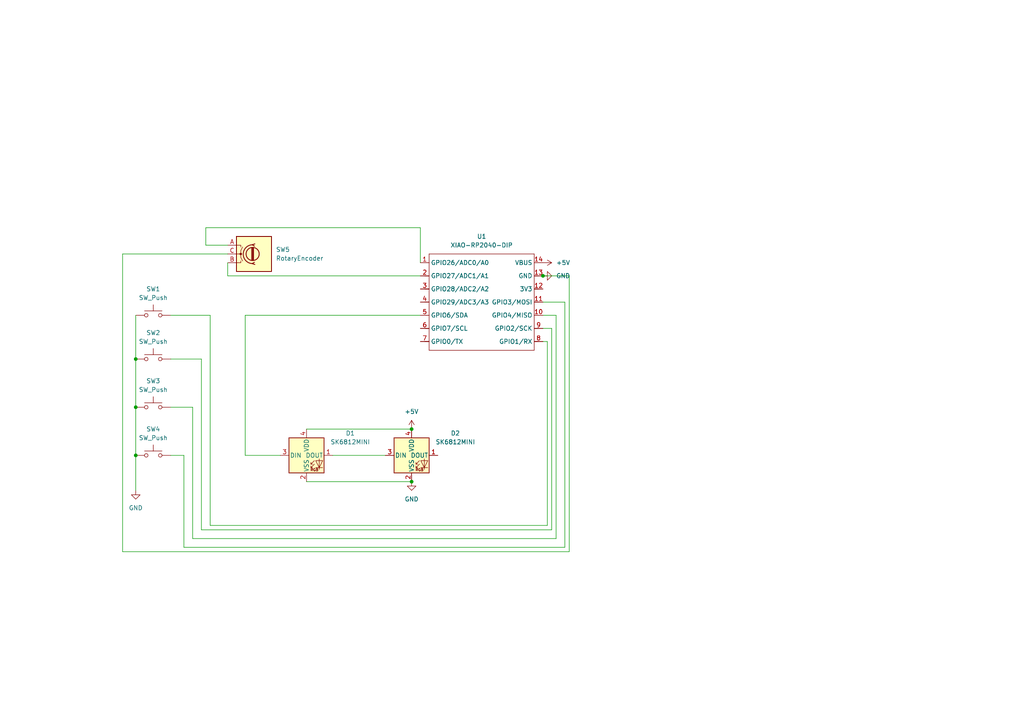
<source format=kicad_sch>
(kicad_sch
	(version 20250114)
	(generator "eeschema")
	(generator_version "9.0")
	(uuid "21d2edc6-c547-4bfe-b38f-7c33221ec817")
	(paper "A4")
	(lib_symbols
		(symbol "Device:RotaryEncoder"
			(pin_names
				(offset 0.254)
				(hide yes)
			)
			(exclude_from_sim no)
			(in_bom yes)
			(on_board yes)
			(property "Reference" "SW"
				(at 0 6.604 0)
				(effects
					(font
						(size 1.27 1.27)
					)
				)
			)
			(property "Value" "RotaryEncoder"
				(at 0 -6.604 0)
				(effects
					(font
						(size 1.27 1.27)
					)
				)
			)
			(property "Footprint" ""
				(at -3.81 4.064 0)
				(effects
					(font
						(size 1.27 1.27)
					)
					(hide yes)
				)
			)
			(property "Datasheet" "~"
				(at 0 6.604 0)
				(effects
					(font
						(size 1.27 1.27)
					)
					(hide yes)
				)
			)
			(property "Description" "Rotary encoder, dual channel, incremental quadrate outputs"
				(at 0 0 0)
				(effects
					(font
						(size 1.27 1.27)
					)
					(hide yes)
				)
			)
			(property "ki_keywords" "rotary switch encoder"
				(at 0 0 0)
				(effects
					(font
						(size 1.27 1.27)
					)
					(hide yes)
				)
			)
			(property "ki_fp_filters" "RotaryEncoder*"
				(at 0 0 0)
				(effects
					(font
						(size 1.27 1.27)
					)
					(hide yes)
				)
			)
			(symbol "RotaryEncoder_0_1"
				(rectangle
					(start -5.08 5.08)
					(end 5.08 -5.08)
					(stroke
						(width 0.254)
						(type default)
					)
					(fill
						(type background)
					)
				)
				(polyline
					(pts
						(xy -5.08 2.54) (xy -3.81 2.54) (xy -3.81 2.032)
					)
					(stroke
						(width 0)
						(type default)
					)
					(fill
						(type none)
					)
				)
				(polyline
					(pts
						(xy -5.08 0) (xy -3.81 0) (xy -3.81 -1.016) (xy -3.302 -2.032)
					)
					(stroke
						(width 0)
						(type default)
					)
					(fill
						(type none)
					)
				)
				(polyline
					(pts
						(xy -5.08 -2.54) (xy -3.81 -2.54) (xy -3.81 -2.032)
					)
					(stroke
						(width 0)
						(type default)
					)
					(fill
						(type none)
					)
				)
				(polyline
					(pts
						(xy -4.318 0) (xy -3.81 0) (xy -3.81 1.016) (xy -3.302 2.032)
					)
					(stroke
						(width 0)
						(type default)
					)
					(fill
						(type none)
					)
				)
				(circle
					(center -3.81 0)
					(radius 0.254)
					(stroke
						(width 0)
						(type default)
					)
					(fill
						(type outline)
					)
				)
				(polyline
					(pts
						(xy -0.635 -1.778) (xy -0.635 1.778)
					)
					(stroke
						(width 0.254)
						(type default)
					)
					(fill
						(type none)
					)
				)
				(circle
					(center -0.381 0)
					(radius 1.905)
					(stroke
						(width 0.254)
						(type default)
					)
					(fill
						(type none)
					)
				)
				(polyline
					(pts
						(xy -0.381 -1.778) (xy -0.381 1.778)
					)
					(stroke
						(width 0.254)
						(type default)
					)
					(fill
						(type none)
					)
				)
				(arc
					(start -0.381 -2.794)
					(mid -3.0988 -0.0635)
					(end -0.381 2.667)
					(stroke
						(width 0.254)
						(type default)
					)
					(fill
						(type none)
					)
				)
				(polyline
					(pts
						(xy -0.127 1.778) (xy -0.127 -1.778)
					)
					(stroke
						(width 0.254)
						(type default)
					)
					(fill
						(type none)
					)
				)
				(polyline
					(pts
						(xy 0.254 2.921) (xy -0.508 2.667) (xy 0.127 2.286)
					)
					(stroke
						(width 0.254)
						(type default)
					)
					(fill
						(type none)
					)
				)
				(polyline
					(pts
						(xy 0.254 -3.048) (xy -0.508 -2.794) (xy 0.127 -2.413)
					)
					(stroke
						(width 0.254)
						(type default)
					)
					(fill
						(type none)
					)
				)
			)
			(symbol "RotaryEncoder_1_1"
				(pin passive line
					(at -7.62 2.54 0)
					(length 2.54)
					(name "A"
						(effects
							(font
								(size 1.27 1.27)
							)
						)
					)
					(number "A"
						(effects
							(font
								(size 1.27 1.27)
							)
						)
					)
				)
				(pin passive line
					(at -7.62 0 0)
					(length 2.54)
					(name "C"
						(effects
							(font
								(size 1.27 1.27)
							)
						)
					)
					(number "C"
						(effects
							(font
								(size 1.27 1.27)
							)
						)
					)
				)
				(pin passive line
					(at -7.62 -2.54 0)
					(length 2.54)
					(name "B"
						(effects
							(font
								(size 1.27 1.27)
							)
						)
					)
					(number "B"
						(effects
							(font
								(size 1.27 1.27)
							)
						)
					)
				)
			)
			(embedded_fonts no)
		)
		(symbol "LED:SK6812MINI"
			(pin_names
				(offset 0.254)
			)
			(exclude_from_sim no)
			(in_bom yes)
			(on_board yes)
			(property "Reference" "D"
				(at 5.08 5.715 0)
				(effects
					(font
						(size 1.27 1.27)
					)
					(justify right bottom)
				)
			)
			(property "Value" "SK6812MINI"
				(at 1.27 -5.715 0)
				(effects
					(font
						(size 1.27 1.27)
					)
					(justify left top)
				)
			)
			(property "Footprint" "LED_SMD:LED_SK6812MINI_PLCC4_3.5x3.5mm_P1.75mm"
				(at 1.27 -7.62 0)
				(effects
					(font
						(size 1.27 1.27)
					)
					(justify left top)
					(hide yes)
				)
			)
			(property "Datasheet" "https://cdn-shop.adafruit.com/product-files/2686/SK6812MINI_REV.01-1-2.pdf"
				(at 2.54 -9.525 0)
				(effects
					(font
						(size 1.27 1.27)
					)
					(justify left top)
					(hide yes)
				)
			)
			(property "Description" "RGB LED with integrated controller"
				(at 0 0 0)
				(effects
					(font
						(size 1.27 1.27)
					)
					(hide yes)
				)
			)
			(property "ki_keywords" "RGB LED NeoPixel Mini addressable"
				(at 0 0 0)
				(effects
					(font
						(size 1.27 1.27)
					)
					(hide yes)
				)
			)
			(property "ki_fp_filters" "LED*SK6812MINI*PLCC*3.5x3.5mm*P1.75mm*"
				(at 0 0 0)
				(effects
					(font
						(size 1.27 1.27)
					)
					(hide yes)
				)
			)
			(symbol "SK6812MINI_0_0"
				(text "RGB"
					(at 2.286 -4.191 0)
					(effects
						(font
							(size 0.762 0.762)
						)
					)
				)
			)
			(symbol "SK6812MINI_0_1"
				(polyline
					(pts
						(xy 1.27 -2.54) (xy 1.778 -2.54)
					)
					(stroke
						(width 0)
						(type default)
					)
					(fill
						(type none)
					)
				)
				(polyline
					(pts
						(xy 1.27 -3.556) (xy 1.778 -3.556)
					)
					(stroke
						(width 0)
						(type default)
					)
					(fill
						(type none)
					)
				)
				(polyline
					(pts
						(xy 2.286 -1.524) (xy 1.27 -2.54) (xy 1.27 -2.032)
					)
					(stroke
						(width 0)
						(type default)
					)
					(fill
						(type none)
					)
				)
				(polyline
					(pts
						(xy 2.286 -2.54) (xy 1.27 -3.556) (xy 1.27 -3.048)
					)
					(stroke
						(width 0)
						(type default)
					)
					(fill
						(type none)
					)
				)
				(polyline
					(pts
						(xy 3.683 -1.016) (xy 3.683 -3.556) (xy 3.683 -4.064)
					)
					(stroke
						(width 0)
						(type default)
					)
					(fill
						(type none)
					)
				)
				(polyline
					(pts
						(xy 4.699 -1.524) (xy 2.667 -1.524) (xy 3.683 -3.556) (xy 4.699 -1.524)
					)
					(stroke
						(width 0)
						(type default)
					)
					(fill
						(type none)
					)
				)
				(polyline
					(pts
						(xy 4.699 -3.556) (xy 2.667 -3.556)
					)
					(stroke
						(width 0)
						(type default)
					)
					(fill
						(type none)
					)
				)
				(rectangle
					(start 5.08 5.08)
					(end -5.08 -5.08)
					(stroke
						(width 0.254)
						(type default)
					)
					(fill
						(type background)
					)
				)
			)
			(symbol "SK6812MINI_1_1"
				(pin input line
					(at -7.62 0 0)
					(length 2.54)
					(name "DIN"
						(effects
							(font
								(size 1.27 1.27)
							)
						)
					)
					(number "3"
						(effects
							(font
								(size 1.27 1.27)
							)
						)
					)
				)
				(pin power_in line
					(at 0 7.62 270)
					(length 2.54)
					(name "VDD"
						(effects
							(font
								(size 1.27 1.27)
							)
						)
					)
					(number "4"
						(effects
							(font
								(size 1.27 1.27)
							)
						)
					)
				)
				(pin power_in line
					(at 0 -7.62 90)
					(length 2.54)
					(name "VSS"
						(effects
							(font
								(size 1.27 1.27)
							)
						)
					)
					(number "2"
						(effects
							(font
								(size 1.27 1.27)
							)
						)
					)
				)
				(pin output line
					(at 7.62 0 180)
					(length 2.54)
					(name "DOUT"
						(effects
							(font
								(size 1.27 1.27)
							)
						)
					)
					(number "1"
						(effects
							(font
								(size 1.27 1.27)
							)
						)
					)
				)
			)
			(embedded_fonts no)
		)
		(symbol "OPL:XIAO-RP2040-DIP"
			(exclude_from_sim no)
			(in_bom yes)
			(on_board yes)
			(property "Reference" "U"
				(at 0 0 0)
				(effects
					(font
						(size 1.27 1.27)
					)
				)
			)
			(property "Value" "XIAO-RP2040-DIP"
				(at 5.334 -1.778 0)
				(effects
					(font
						(size 1.27 1.27)
					)
				)
			)
			(property "Footprint" "Module:MOUDLE14P-XIAO-DIP-SMD"
				(at 14.478 -32.258 0)
				(effects
					(font
						(size 1.27 1.27)
					)
					(hide yes)
				)
			)
			(property "Datasheet" ""
				(at 0 0 0)
				(effects
					(font
						(size 1.27 1.27)
					)
					(hide yes)
				)
			)
			(property "Description" ""
				(at 0 0 0)
				(effects
					(font
						(size 1.27 1.27)
					)
					(hide yes)
				)
			)
			(symbol "XIAO-RP2040-DIP_1_0"
				(polyline
					(pts
						(xy -1.27 -2.54) (xy 29.21 -2.54)
					)
					(stroke
						(width 0.1524)
						(type solid)
					)
					(fill
						(type none)
					)
				)
				(polyline
					(pts
						(xy -1.27 -5.08) (xy -2.54 -5.08)
					)
					(stroke
						(width 0.1524)
						(type solid)
					)
					(fill
						(type none)
					)
				)
				(polyline
					(pts
						(xy -1.27 -5.08) (xy -1.27 -2.54)
					)
					(stroke
						(width 0.1524)
						(type solid)
					)
					(fill
						(type none)
					)
				)
				(polyline
					(pts
						(xy -1.27 -8.89) (xy -2.54 -8.89)
					)
					(stroke
						(width 0.1524)
						(type solid)
					)
					(fill
						(type none)
					)
				)
				(polyline
					(pts
						(xy -1.27 -8.89) (xy -1.27 -5.08)
					)
					(stroke
						(width 0.1524)
						(type solid)
					)
					(fill
						(type none)
					)
				)
				(polyline
					(pts
						(xy -1.27 -12.7) (xy -2.54 -12.7)
					)
					(stroke
						(width 0.1524)
						(type solid)
					)
					(fill
						(type none)
					)
				)
				(polyline
					(pts
						(xy -1.27 -12.7) (xy -1.27 -8.89)
					)
					(stroke
						(width 0.1524)
						(type solid)
					)
					(fill
						(type none)
					)
				)
				(polyline
					(pts
						(xy -1.27 -16.51) (xy -2.54 -16.51)
					)
					(stroke
						(width 0.1524)
						(type solid)
					)
					(fill
						(type none)
					)
				)
				(polyline
					(pts
						(xy -1.27 -16.51) (xy -1.27 -12.7)
					)
					(stroke
						(width 0.1524)
						(type solid)
					)
					(fill
						(type none)
					)
				)
				(polyline
					(pts
						(xy -1.27 -20.32) (xy -2.54 -20.32)
					)
					(stroke
						(width 0.1524)
						(type solid)
					)
					(fill
						(type none)
					)
				)
				(polyline
					(pts
						(xy -1.27 -24.13) (xy -2.54 -24.13)
					)
					(stroke
						(width 0.1524)
						(type solid)
					)
					(fill
						(type none)
					)
				)
				(polyline
					(pts
						(xy -1.27 -27.94) (xy -2.54 -27.94)
					)
					(stroke
						(width 0.1524)
						(type solid)
					)
					(fill
						(type none)
					)
				)
				(polyline
					(pts
						(xy -1.27 -30.48) (xy -1.27 -16.51)
					)
					(stroke
						(width 0.1524)
						(type solid)
					)
					(fill
						(type none)
					)
				)
				(polyline
					(pts
						(xy 29.21 -2.54) (xy 29.21 -5.08)
					)
					(stroke
						(width 0.1524)
						(type solid)
					)
					(fill
						(type none)
					)
				)
				(polyline
					(pts
						(xy 29.21 -5.08) (xy 29.21 -8.89)
					)
					(stroke
						(width 0.1524)
						(type solid)
					)
					(fill
						(type none)
					)
				)
				(polyline
					(pts
						(xy 29.21 -8.89) (xy 29.21 -12.7)
					)
					(stroke
						(width 0.1524)
						(type solid)
					)
					(fill
						(type none)
					)
				)
				(polyline
					(pts
						(xy 29.21 -12.7) (xy 29.21 -30.48)
					)
					(stroke
						(width 0.1524)
						(type solid)
					)
					(fill
						(type none)
					)
				)
				(polyline
					(pts
						(xy 29.21 -30.48) (xy -1.27 -30.48)
					)
					(stroke
						(width 0.1524)
						(type solid)
					)
					(fill
						(type none)
					)
				)
				(polyline
					(pts
						(xy 30.48 -5.08) (xy 29.21 -5.08)
					)
					(stroke
						(width 0.1524)
						(type solid)
					)
					(fill
						(type none)
					)
				)
				(polyline
					(pts
						(xy 30.48 -8.89) (xy 29.21 -8.89)
					)
					(stroke
						(width 0.1524)
						(type solid)
					)
					(fill
						(type none)
					)
				)
				(polyline
					(pts
						(xy 30.48 -12.7) (xy 29.21 -12.7)
					)
					(stroke
						(width 0.1524)
						(type solid)
					)
					(fill
						(type none)
					)
				)
				(polyline
					(pts
						(xy 30.48 -16.51) (xy 29.21 -16.51)
					)
					(stroke
						(width 0.1524)
						(type solid)
					)
					(fill
						(type none)
					)
				)
				(polyline
					(pts
						(xy 30.48 -20.32) (xy 29.21 -20.32)
					)
					(stroke
						(width 0.1524)
						(type solid)
					)
					(fill
						(type none)
					)
				)
				(polyline
					(pts
						(xy 30.48 -24.13) (xy 29.21 -24.13)
					)
					(stroke
						(width 0.1524)
						(type solid)
					)
					(fill
						(type none)
					)
				)
				(polyline
					(pts
						(xy 30.48 -27.94) (xy 29.21 -27.94)
					)
					(stroke
						(width 0.1524)
						(type solid)
					)
					(fill
						(type none)
					)
				)
				(pin passive line
					(at -3.81 -5.08 0)
					(length 2.54)
					(name "GPIO26/ADC0/A0"
						(effects
							(font
								(size 1.27 1.27)
							)
						)
					)
					(number "1"
						(effects
							(font
								(size 1.27 1.27)
							)
						)
					)
				)
				(pin passive line
					(at -3.81 -8.89 0)
					(length 2.54)
					(name "GPIO27/ADC1/A1"
						(effects
							(font
								(size 1.27 1.27)
							)
						)
					)
					(number "2"
						(effects
							(font
								(size 1.27 1.27)
							)
						)
					)
				)
				(pin passive line
					(at -3.81 -12.7 0)
					(length 2.54)
					(name "GPIO28/ADC2/A2"
						(effects
							(font
								(size 1.27 1.27)
							)
						)
					)
					(number "3"
						(effects
							(font
								(size 1.27 1.27)
							)
						)
					)
				)
				(pin passive line
					(at -3.81 -16.51 0)
					(length 2.54)
					(name "GPIO29/ADC3/A3"
						(effects
							(font
								(size 1.27 1.27)
							)
						)
					)
					(number "4"
						(effects
							(font
								(size 1.27 1.27)
							)
						)
					)
				)
				(pin passive line
					(at -3.81 -20.32 0)
					(length 2.54)
					(name "GPIO6/SDA"
						(effects
							(font
								(size 1.27 1.27)
							)
						)
					)
					(number "5"
						(effects
							(font
								(size 1.27 1.27)
							)
						)
					)
				)
				(pin passive line
					(at -3.81 -24.13 0)
					(length 2.54)
					(name "GPIO7/SCL"
						(effects
							(font
								(size 1.27 1.27)
							)
						)
					)
					(number "6"
						(effects
							(font
								(size 1.27 1.27)
							)
						)
					)
				)
				(pin passive line
					(at -3.81 -27.94 0)
					(length 2.54)
					(name "GPIO0/TX"
						(effects
							(font
								(size 1.27 1.27)
							)
						)
					)
					(number "7"
						(effects
							(font
								(size 1.27 1.27)
							)
						)
					)
				)
				(pin passive line
					(at 31.75 -5.08 180)
					(length 2.54)
					(name "VBUS"
						(effects
							(font
								(size 1.27 1.27)
							)
						)
					)
					(number "14"
						(effects
							(font
								(size 1.27 1.27)
							)
						)
					)
				)
				(pin passive line
					(at 31.75 -8.89 180)
					(length 2.54)
					(name "GND"
						(effects
							(font
								(size 1.27 1.27)
							)
						)
					)
					(number "13"
						(effects
							(font
								(size 1.27 1.27)
							)
						)
					)
				)
				(pin passive line
					(at 31.75 -12.7 180)
					(length 2.54)
					(name "3V3"
						(effects
							(font
								(size 1.27 1.27)
							)
						)
					)
					(number "12"
						(effects
							(font
								(size 1.27 1.27)
							)
						)
					)
				)
				(pin passive line
					(at 31.75 -16.51 180)
					(length 2.54)
					(name "GPIO3/MOSI"
						(effects
							(font
								(size 1.27 1.27)
							)
						)
					)
					(number "11"
						(effects
							(font
								(size 1.27 1.27)
							)
						)
					)
				)
				(pin passive line
					(at 31.75 -20.32 180)
					(length 2.54)
					(name "GPIO4/MISO"
						(effects
							(font
								(size 1.27 1.27)
							)
						)
					)
					(number "10"
						(effects
							(font
								(size 1.27 1.27)
							)
						)
					)
				)
				(pin passive line
					(at 31.75 -24.13 180)
					(length 2.54)
					(name "GPIO2/SCK"
						(effects
							(font
								(size 1.27 1.27)
							)
						)
					)
					(number "9"
						(effects
							(font
								(size 1.27 1.27)
							)
						)
					)
				)
				(pin passive line
					(at 31.75 -27.94 180)
					(length 2.54)
					(name "GPIO1/RX"
						(effects
							(font
								(size 1.27 1.27)
							)
						)
					)
					(number "8"
						(effects
							(font
								(size 1.27 1.27)
							)
						)
					)
				)
			)
			(embedded_fonts no)
		)
		(symbol "Switch:SW_Push"
			(pin_numbers
				(hide yes)
			)
			(pin_names
				(offset 1.016)
				(hide yes)
			)
			(exclude_from_sim no)
			(in_bom yes)
			(on_board yes)
			(property "Reference" "SW"
				(at 1.27 2.54 0)
				(effects
					(font
						(size 1.27 1.27)
					)
					(justify left)
				)
			)
			(property "Value" "SW_Push"
				(at 0 -1.524 0)
				(effects
					(font
						(size 1.27 1.27)
					)
				)
			)
			(property "Footprint" ""
				(at 0 5.08 0)
				(effects
					(font
						(size 1.27 1.27)
					)
					(hide yes)
				)
			)
			(property "Datasheet" "~"
				(at 0 5.08 0)
				(effects
					(font
						(size 1.27 1.27)
					)
					(hide yes)
				)
			)
			(property "Description" "Push button switch, generic, two pins"
				(at 0 0 0)
				(effects
					(font
						(size 1.27 1.27)
					)
					(hide yes)
				)
			)
			(property "ki_keywords" "switch normally-open pushbutton push-button"
				(at 0 0 0)
				(effects
					(font
						(size 1.27 1.27)
					)
					(hide yes)
				)
			)
			(symbol "SW_Push_0_1"
				(circle
					(center -2.032 0)
					(radius 0.508)
					(stroke
						(width 0)
						(type default)
					)
					(fill
						(type none)
					)
				)
				(polyline
					(pts
						(xy 0 1.27) (xy 0 3.048)
					)
					(stroke
						(width 0)
						(type default)
					)
					(fill
						(type none)
					)
				)
				(circle
					(center 2.032 0)
					(radius 0.508)
					(stroke
						(width 0)
						(type default)
					)
					(fill
						(type none)
					)
				)
				(polyline
					(pts
						(xy 2.54 1.27) (xy -2.54 1.27)
					)
					(stroke
						(width 0)
						(type default)
					)
					(fill
						(type none)
					)
				)
				(pin passive line
					(at -5.08 0 0)
					(length 2.54)
					(name "1"
						(effects
							(font
								(size 1.27 1.27)
							)
						)
					)
					(number "1"
						(effects
							(font
								(size 1.27 1.27)
							)
						)
					)
				)
				(pin passive line
					(at 5.08 0 180)
					(length 2.54)
					(name "2"
						(effects
							(font
								(size 1.27 1.27)
							)
						)
					)
					(number "2"
						(effects
							(font
								(size 1.27 1.27)
							)
						)
					)
				)
			)
			(embedded_fonts no)
		)
		(symbol "power:+5V"
			(power)
			(pin_numbers
				(hide yes)
			)
			(pin_names
				(offset 0)
				(hide yes)
			)
			(exclude_from_sim no)
			(in_bom yes)
			(on_board yes)
			(property "Reference" "#PWR"
				(at 0 -3.81 0)
				(effects
					(font
						(size 1.27 1.27)
					)
					(hide yes)
				)
			)
			(property "Value" "+5V"
				(at 0 3.556 0)
				(effects
					(font
						(size 1.27 1.27)
					)
				)
			)
			(property "Footprint" ""
				(at 0 0 0)
				(effects
					(font
						(size 1.27 1.27)
					)
					(hide yes)
				)
			)
			(property "Datasheet" ""
				(at 0 0 0)
				(effects
					(font
						(size 1.27 1.27)
					)
					(hide yes)
				)
			)
			(property "Description" "Power symbol creates a global label with name \"+5V\""
				(at 0 0 0)
				(effects
					(font
						(size 1.27 1.27)
					)
					(hide yes)
				)
			)
			(property "ki_keywords" "global power"
				(at 0 0 0)
				(effects
					(font
						(size 1.27 1.27)
					)
					(hide yes)
				)
			)
			(symbol "+5V_0_1"
				(polyline
					(pts
						(xy -0.762 1.27) (xy 0 2.54)
					)
					(stroke
						(width 0)
						(type default)
					)
					(fill
						(type none)
					)
				)
				(polyline
					(pts
						(xy 0 2.54) (xy 0.762 1.27)
					)
					(stroke
						(width 0)
						(type default)
					)
					(fill
						(type none)
					)
				)
				(polyline
					(pts
						(xy 0 0) (xy 0 2.54)
					)
					(stroke
						(width 0)
						(type default)
					)
					(fill
						(type none)
					)
				)
			)
			(symbol "+5V_1_1"
				(pin power_in line
					(at 0 0 90)
					(length 0)
					(name "~"
						(effects
							(font
								(size 1.27 1.27)
							)
						)
					)
					(number "1"
						(effects
							(font
								(size 1.27 1.27)
							)
						)
					)
				)
			)
			(embedded_fonts no)
		)
		(symbol "power:GND"
			(power)
			(pin_numbers
				(hide yes)
			)
			(pin_names
				(offset 0)
				(hide yes)
			)
			(exclude_from_sim no)
			(in_bom yes)
			(on_board yes)
			(property "Reference" "#PWR"
				(at 0 -6.35 0)
				(effects
					(font
						(size 1.27 1.27)
					)
					(hide yes)
				)
			)
			(property "Value" "GND"
				(at 0 -3.81 0)
				(effects
					(font
						(size 1.27 1.27)
					)
				)
			)
			(property "Footprint" ""
				(at 0 0 0)
				(effects
					(font
						(size 1.27 1.27)
					)
					(hide yes)
				)
			)
			(property "Datasheet" ""
				(at 0 0 0)
				(effects
					(font
						(size 1.27 1.27)
					)
					(hide yes)
				)
			)
			(property "Description" "Power symbol creates a global label with name \"GND\" , ground"
				(at 0 0 0)
				(effects
					(font
						(size 1.27 1.27)
					)
					(hide yes)
				)
			)
			(property "ki_keywords" "global power"
				(at 0 0 0)
				(effects
					(font
						(size 1.27 1.27)
					)
					(hide yes)
				)
			)
			(symbol "GND_0_1"
				(polyline
					(pts
						(xy 0 0) (xy 0 -1.27) (xy 1.27 -1.27) (xy 0 -2.54) (xy -1.27 -1.27) (xy 0 -1.27)
					)
					(stroke
						(width 0)
						(type default)
					)
					(fill
						(type none)
					)
				)
			)
			(symbol "GND_1_1"
				(pin power_in line
					(at 0 0 270)
					(length 0)
					(name "~"
						(effects
							(font
								(size 1.27 1.27)
							)
						)
					)
					(number "1"
						(effects
							(font
								(size 1.27 1.27)
							)
						)
					)
				)
			)
			(embedded_fonts no)
		)
	)
	(junction
		(at 39.37 118.11)
		(diameter 0)
		(color 0 0 0 0)
		(uuid "293f2698-4751-4108-bdcf-993fdcac9704")
	)
	(junction
		(at 119.38 124.46)
		(diameter 0)
		(color 0 0 0 0)
		(uuid "62fc9e9c-7bdc-47bc-91ca-29e573a1554b")
	)
	(junction
		(at 157.48 80.01)
		(diameter 0)
		(color 0 0 0 0)
		(uuid "8576f8df-53a7-4064-99e2-662780a1c55b")
	)
	(junction
		(at 39.37 132.08)
		(diameter 0)
		(color 0 0 0 0)
		(uuid "883adfc8-0a01-46d1-9296-aa456c82ac2b")
	)
	(junction
		(at 39.37 104.14)
		(diameter 0)
		(color 0 0 0 0)
		(uuid "8cecdfeb-1f98-4106-9d8c-285af38a105d")
	)
	(junction
		(at 119.38 139.7)
		(diameter 0)
		(color 0 0 0 0)
		(uuid "acbec1de-87cf-4301-9fc2-eea223efbeb3")
	)
	(wire
		(pts
			(xy 49.53 132.08) (xy 53.34 132.08)
		)
		(stroke
			(width 0)
			(type default)
		)
		(uuid "09781539-7fc9-4395-b946-11f7c82e4624")
	)
	(wire
		(pts
			(xy 55.88 118.11) (xy 49.53 118.11)
		)
		(stroke
			(width 0)
			(type default)
		)
		(uuid "189cd897-d297-43bf-80b8-4b55cb06947a")
	)
	(wire
		(pts
			(xy 71.12 132.08) (xy 71.12 91.44)
		)
		(stroke
			(width 0)
			(type default)
		)
		(uuid "1c62d4c8-f0fa-4dce-9606-98e62c58e5fe")
	)
	(wire
		(pts
			(xy 157.48 91.44) (xy 161.29 91.44)
		)
		(stroke
			(width 0)
			(type default)
		)
		(uuid "21dc300a-865e-4b1f-b1fd-7c4df276739c")
	)
	(wire
		(pts
			(xy 60.96 152.4) (xy 60.96 91.44)
		)
		(stroke
			(width 0)
			(type default)
		)
		(uuid "2a24e345-b0fd-4a74-8c3e-430bad8aa6e6")
	)
	(wire
		(pts
			(xy 121.92 66.04) (xy 121.92 76.2)
		)
		(stroke
			(width 0)
			(type default)
		)
		(uuid "2cb70644-b4f2-4c3c-a1e8-ac3987fe2ec1")
	)
	(wire
		(pts
			(xy 58.42 153.67) (xy 160.02 153.67)
		)
		(stroke
			(width 0)
			(type default)
		)
		(uuid "2d1924a8-71b3-47a2-97ec-9c116d3ae521")
	)
	(wire
		(pts
			(xy 165.1 80.01) (xy 157.48 80.01)
		)
		(stroke
			(width 0)
			(type default)
		)
		(uuid "3299b561-38a1-4fb9-8c7b-7dab176e8f80")
	)
	(wire
		(pts
			(xy 158.75 152.4) (xy 60.96 152.4)
		)
		(stroke
			(width 0)
			(type default)
		)
		(uuid "34993467-abf7-44ca-9a45-dadbc08bc764")
	)
	(wire
		(pts
			(xy 39.37 104.14) (xy 39.37 118.11)
		)
		(stroke
			(width 0)
			(type default)
		)
		(uuid "4c1db25d-5765-44c1-91e2-6bc15e5760f5")
	)
	(wire
		(pts
			(xy 88.9 124.46) (xy 119.38 124.46)
		)
		(stroke
			(width 0)
			(type default)
		)
		(uuid "56cd37ac-bfff-438b-bf06-ed1807de8b33")
	)
	(wire
		(pts
			(xy 60.96 91.44) (xy 49.53 91.44)
		)
		(stroke
			(width 0)
			(type default)
		)
		(uuid "73cf8859-c5aa-4a18-ab76-7b76ae94add2")
	)
	(wire
		(pts
			(xy 165.1 160.02) (xy 165.1 80.01)
		)
		(stroke
			(width 0)
			(type default)
		)
		(uuid "7483413d-881c-486b-855d-2330f5994617")
	)
	(wire
		(pts
			(xy 58.42 104.14) (xy 58.42 153.67)
		)
		(stroke
			(width 0)
			(type default)
		)
		(uuid "790b9cd2-382e-490a-ab2c-4fb4b2249f58")
	)
	(wire
		(pts
			(xy 163.83 87.63) (xy 157.48 87.63)
		)
		(stroke
			(width 0)
			(type default)
		)
		(uuid "7b53e04d-9efd-482a-aa54-8a96c87c1b36")
	)
	(wire
		(pts
			(xy 39.37 118.11) (xy 39.37 132.08)
		)
		(stroke
			(width 0)
			(type default)
		)
		(uuid "7d86a52b-ea12-414b-9824-7b2e95d6ae36")
	)
	(wire
		(pts
			(xy 53.34 132.08) (xy 53.34 158.75)
		)
		(stroke
			(width 0)
			(type default)
		)
		(uuid "81141dd7-7cea-4802-b55a-9ea157bad5bd")
	)
	(wire
		(pts
			(xy 161.29 156.21) (xy 55.88 156.21)
		)
		(stroke
			(width 0)
			(type default)
		)
		(uuid "85426651-208a-478a-b4e7-d1574825cf13")
	)
	(wire
		(pts
			(xy 66.04 73.66) (xy 35.56 73.66)
		)
		(stroke
			(width 0)
			(type default)
		)
		(uuid "854b4700-f6b2-43ee-a73e-a0213320530c")
	)
	(wire
		(pts
			(xy 59.69 71.12) (xy 59.69 66.04)
		)
		(stroke
			(width 0)
			(type default)
		)
		(uuid "89aa41fa-2afb-475b-ab9a-495315837017")
	)
	(wire
		(pts
			(xy 160.02 95.25) (xy 157.48 95.25)
		)
		(stroke
			(width 0)
			(type default)
		)
		(uuid "8e197ca6-be66-48dc-8e3e-729beba3df47")
	)
	(wire
		(pts
			(xy 66.04 76.2) (xy 66.04 80.01)
		)
		(stroke
			(width 0)
			(type default)
		)
		(uuid "8e399ac6-3c65-4349-be0f-8365778a86f0")
	)
	(wire
		(pts
			(xy 81.28 132.08) (xy 71.12 132.08)
		)
		(stroke
			(width 0)
			(type default)
		)
		(uuid "906312dc-a7e8-4952-a81d-672655ba96d8")
	)
	(wire
		(pts
			(xy 161.29 91.44) (xy 161.29 156.21)
		)
		(stroke
			(width 0)
			(type default)
		)
		(uuid "972f6580-3fc1-4dc9-ae6b-3652db8e87d5")
	)
	(wire
		(pts
			(xy 53.34 158.75) (xy 163.83 158.75)
		)
		(stroke
			(width 0)
			(type default)
		)
		(uuid "9b2cae83-cb52-48ac-be4d-12ca1fd2e3eb")
	)
	(wire
		(pts
			(xy 35.56 160.02) (xy 165.1 160.02)
		)
		(stroke
			(width 0)
			(type default)
		)
		(uuid "ba142224-379e-4e1d-867c-6b513942abf0")
	)
	(wire
		(pts
			(xy 160.02 153.67) (xy 160.02 95.25)
		)
		(stroke
			(width 0)
			(type default)
		)
		(uuid "bed2ce64-09ab-4190-b900-7b6324524359")
	)
	(wire
		(pts
			(xy 66.04 80.01) (xy 121.92 80.01)
		)
		(stroke
			(width 0)
			(type default)
		)
		(uuid "c233b9be-1a91-440b-b0ea-2b9514c226ac")
	)
	(wire
		(pts
			(xy 55.88 156.21) (xy 55.88 118.11)
		)
		(stroke
			(width 0)
			(type default)
		)
		(uuid "cdc39539-aefa-4a6d-bb30-03114a45ae05")
	)
	(wire
		(pts
			(xy 39.37 132.08) (xy 39.37 142.24)
		)
		(stroke
			(width 0)
			(type default)
		)
		(uuid "d3db2270-fcb3-4faa-aad8-91a9ab54bf8e")
	)
	(wire
		(pts
			(xy 39.37 91.44) (xy 39.37 104.14)
		)
		(stroke
			(width 0)
			(type default)
		)
		(uuid "d9b47317-c6f5-4308-be66-f97ed030858b")
	)
	(wire
		(pts
			(xy 71.12 91.44) (xy 121.92 91.44)
		)
		(stroke
			(width 0)
			(type default)
		)
		(uuid "dd652602-ea63-4d73-8a8e-3e515e3ab268")
	)
	(wire
		(pts
			(xy 163.83 158.75) (xy 163.83 87.63)
		)
		(stroke
			(width 0)
			(type default)
		)
		(uuid "df978762-9a48-4b52-8ec7-96fe61af2569")
	)
	(wire
		(pts
			(xy 88.9 139.7) (xy 119.38 139.7)
		)
		(stroke
			(width 0)
			(type default)
		)
		(uuid "e2b29c5a-e280-4408-979e-8baa9ec67720")
	)
	(wire
		(pts
			(xy 49.53 104.14) (xy 58.42 104.14)
		)
		(stroke
			(width 0)
			(type default)
		)
		(uuid "e40d9628-7e72-4770-ba88-311cf8f497a4")
	)
	(wire
		(pts
			(xy 96.52 132.08) (xy 111.76 132.08)
		)
		(stroke
			(width 0)
			(type default)
		)
		(uuid "e51d626e-3c68-4687-b8e6-933ec26759c7")
	)
	(wire
		(pts
			(xy 158.75 99.06) (xy 158.75 152.4)
		)
		(stroke
			(width 0)
			(type default)
		)
		(uuid "e51e4faf-956b-49e8-ab40-17f2012210a0")
	)
	(wire
		(pts
			(xy 66.04 71.12) (xy 59.69 71.12)
		)
		(stroke
			(width 0)
			(type default)
		)
		(uuid "ef7edd58-ffe7-4631-a6ce-71652dfd5711")
	)
	(wire
		(pts
			(xy 157.48 99.06) (xy 158.75 99.06)
		)
		(stroke
			(width 0)
			(type default)
		)
		(uuid "fb106662-dbb8-4697-9f75-a0102af57ed0")
	)
	(wire
		(pts
			(xy 59.69 66.04) (xy 121.92 66.04)
		)
		(stroke
			(width 0)
			(type default)
		)
		(uuid "fdeb4161-069c-4522-9b07-a6500eb38f88")
	)
	(wire
		(pts
			(xy 35.56 73.66) (xy 35.56 160.02)
		)
		(stroke
			(width 0)
			(type default)
		)
		(uuid "feda042b-cc96-41af-936a-9201b7533513")
	)
	(symbol
		(lib_id "power:GND")
		(at 39.37 142.24 0)
		(unit 1)
		(exclude_from_sim no)
		(in_bom yes)
		(on_board yes)
		(dnp no)
		(fields_autoplaced yes)
		(uuid "1a80c1a1-bde8-4b9d-8067-8cb0b8622223")
		(property "Reference" "#PWR02"
			(at 39.37 148.59 0)
			(effects
				(font
					(size 1.27 1.27)
				)
				(hide yes)
			)
		)
		(property "Value" "GND"
			(at 39.37 147.32 0)
			(effects
				(font
					(size 1.27 1.27)
				)
			)
		)
		(property "Footprint" ""
			(at 39.37 142.24 0)
			(effects
				(font
					(size 1.27 1.27)
				)
				(hide yes)
			)
		)
		(property "Datasheet" ""
			(at 39.37 142.24 0)
			(effects
				(font
					(size 1.27 1.27)
				)
				(hide yes)
			)
		)
		(property "Description" "Power symbol creates a global label with name \"GND\" , ground"
			(at 39.37 142.24 0)
			(effects
				(font
					(size 1.27 1.27)
				)
				(hide yes)
			)
		)
		(pin "1"
			(uuid "1a7f0115-6489-42ce-b166-bf97529a465d")
		)
		(instances
			(project ""
				(path "/21d2edc6-c547-4bfe-b38f-7c33221ec817"
					(reference "#PWR02")
					(unit 1)
				)
			)
		)
	)
	(symbol
		(lib_id "power:GND")
		(at 119.38 139.7 0)
		(unit 1)
		(exclude_from_sim no)
		(in_bom yes)
		(on_board yes)
		(dnp no)
		(fields_autoplaced yes)
		(uuid "290109c4-a49b-43d3-9264-a63e100c9752")
		(property "Reference" "#PWR01"
			(at 119.38 146.05 0)
			(effects
				(font
					(size 1.27 1.27)
				)
				(hide yes)
			)
		)
		(property "Value" "GND"
			(at 119.38 144.78 0)
			(effects
				(font
					(size 1.27 1.27)
				)
			)
		)
		(property "Footprint" ""
			(at 119.38 139.7 0)
			(effects
				(font
					(size 1.27 1.27)
				)
				(hide yes)
			)
		)
		(property "Datasheet" ""
			(at 119.38 139.7 0)
			(effects
				(font
					(size 1.27 1.27)
				)
				(hide yes)
			)
		)
		(property "Description" "Power symbol creates a global label with name \"GND\" , ground"
			(at 119.38 139.7 0)
			(effects
				(font
					(size 1.27 1.27)
				)
				(hide yes)
			)
		)
		(pin "1"
			(uuid "8f8008a3-49ce-420a-83a5-4a67ca4719c2")
		)
		(instances
			(project ""
				(path "/21d2edc6-c547-4bfe-b38f-7c33221ec817"
					(reference "#PWR01")
					(unit 1)
				)
			)
		)
	)
	(symbol
		(lib_id "LED:SK6812MINI")
		(at 88.9 132.08 0)
		(unit 1)
		(exclude_from_sim no)
		(in_bom yes)
		(on_board yes)
		(dnp no)
		(fields_autoplaced yes)
		(uuid "41a51b12-04a8-430b-99cb-6f133e037a66")
		(property "Reference" "D1"
			(at 101.6 125.6598 0)
			(effects
				(font
					(size 1.27 1.27)
				)
			)
		)
		(property "Value" "SK6812MINI"
			(at 101.6 128.1998 0)
			(effects
				(font
					(size 1.27 1.27)
				)
			)
		)
		(property "Footprint" "LED_SMD:LED_SK6812MINI_PLCC4_3.5x3.5mm_P1.75mm"
			(at 90.17 139.7 0)
			(effects
				(font
					(size 1.27 1.27)
				)
				(justify left top)
				(hide yes)
			)
		)
		(property "Datasheet" "https://cdn-shop.adafruit.com/product-files/2686/SK6812MINI_REV.01-1-2.pdf"
			(at 91.44 141.605 0)
			(effects
				(font
					(size 1.27 1.27)
				)
				(justify left top)
				(hide yes)
			)
		)
		(property "Description" "RGB LED with integrated controller"
			(at 88.9 132.08 0)
			(effects
				(font
					(size 1.27 1.27)
				)
				(hide yes)
			)
		)
		(pin "2"
			(uuid "1ee6e904-63db-4dc7-ad92-aaf541323ed5")
		)
		(pin "1"
			(uuid "2ba5e2b7-f0e4-493c-a993-0232c0a4a904")
		)
		(pin "3"
			(uuid "68eb8aec-a98e-44b1-a305-55fd8c8128ee")
		)
		(pin "4"
			(uuid "da224d06-0a91-419a-8bc8-4b835f10bb94")
		)
		(instances
			(project ""
				(path "/21d2edc6-c547-4bfe-b38f-7c33221ec817"
					(reference "D1")
					(unit 1)
				)
			)
		)
	)
	(symbol
		(lib_id "Switch:SW_Push")
		(at 44.45 91.44 0)
		(unit 1)
		(exclude_from_sim no)
		(in_bom yes)
		(on_board yes)
		(dnp no)
		(fields_autoplaced yes)
		(uuid "4ee007ed-05b5-4d76-99cc-b56b45f62473")
		(property "Reference" "SW1"
			(at 44.45 83.82 0)
			(effects
				(font
					(size 1.27 1.27)
				)
			)
		)
		(property "Value" "SW_Push"
			(at 44.45 86.36 0)
			(effects
				(font
					(size 1.27 1.27)
				)
			)
		)
		(property "Footprint" "Button_Switch_Keyboard:SW_Cherry_MX_1.00u_PCB"
			(at 44.45 86.36 0)
			(effects
				(font
					(size 1.27 1.27)
				)
				(hide yes)
			)
		)
		(property "Datasheet" "~"
			(at 44.45 86.36 0)
			(effects
				(font
					(size 1.27 1.27)
				)
				(hide yes)
			)
		)
		(property "Description" "Push button switch, generic, two pins"
			(at 44.45 91.44 0)
			(effects
				(font
					(size 1.27 1.27)
				)
				(hide yes)
			)
		)
		(pin "1"
			(uuid "2954e5ac-76a7-4f6b-af0c-6f4baf480a05")
		)
		(pin "2"
			(uuid "d12110f5-ccba-437e-9884-05ac388d8166")
		)
		(instances
			(project ""
				(path "/21d2edc6-c547-4bfe-b38f-7c33221ec817"
					(reference "SW1")
					(unit 1)
				)
			)
		)
	)
	(symbol
		(lib_id "Switch:SW_Push")
		(at 44.45 104.14 0)
		(unit 1)
		(exclude_from_sim no)
		(in_bom yes)
		(on_board yes)
		(dnp no)
		(fields_autoplaced yes)
		(uuid "604716ab-d1d5-4f4b-9869-8945d8a65dde")
		(property "Reference" "SW2"
			(at 44.45 96.52 0)
			(effects
				(font
					(size 1.27 1.27)
				)
			)
		)
		(property "Value" "SW_Push"
			(at 44.45 99.06 0)
			(effects
				(font
					(size 1.27 1.27)
				)
			)
		)
		(property "Footprint" "Button_Switch_Keyboard:SW_Cherry_MX_1.00u_PCB"
			(at 44.45 99.06 0)
			(effects
				(font
					(size 1.27 1.27)
				)
				(hide yes)
			)
		)
		(property "Datasheet" "~"
			(at 44.45 99.06 0)
			(effects
				(font
					(size 1.27 1.27)
				)
				(hide yes)
			)
		)
		(property "Description" "Push button switch, generic, two pins"
			(at 44.45 104.14 0)
			(effects
				(font
					(size 1.27 1.27)
				)
				(hide yes)
			)
		)
		(pin "2"
			(uuid "e4d3a7e0-191c-46d6-9835-2db79b7d9b47")
		)
		(pin "1"
			(uuid "79695c91-78fe-46d2-a481-97a28dc13a4d")
		)
		(instances
			(project ""
				(path "/21d2edc6-c547-4bfe-b38f-7c33221ec817"
					(reference "SW2")
					(unit 1)
				)
			)
		)
	)
	(symbol
		(lib_id "OPL:XIAO-RP2040-DIP")
		(at 125.73 71.12 0)
		(unit 1)
		(exclude_from_sim no)
		(in_bom yes)
		(on_board yes)
		(dnp no)
		(fields_autoplaced yes)
		(uuid "6c21c11a-1106-45ac-886c-b4a1f12d280d")
		(property "Reference" "U1"
			(at 139.7 68.58 0)
			(effects
				(font
					(size 1.27 1.27)
				)
			)
		)
		(property "Value" "XIAO-RP2040-DIP"
			(at 139.7 71.12 0)
			(effects
				(font
					(size 1.27 1.27)
				)
			)
		)
		(property "Footprint" "opl:XIAO-RP2040-DIP"
			(at 140.208 103.378 0)
			(effects
				(font
					(size 1.27 1.27)
				)
				(hide yes)
			)
		)
		(property "Datasheet" ""
			(at 125.73 71.12 0)
			(effects
				(font
					(size 1.27 1.27)
				)
				(hide yes)
			)
		)
		(property "Description" ""
			(at 125.73 71.12 0)
			(effects
				(font
					(size 1.27 1.27)
				)
				(hide yes)
			)
		)
		(pin "12"
			(uuid "e0924105-ef79-455a-92f1-a61eee1326ab")
		)
		(pin "5"
			(uuid "af0637ab-db8f-46eb-b379-fa62f51ebac0")
		)
		(pin "2"
			(uuid "48d59326-736f-4d81-b004-e35dd8a52adb")
		)
		(pin "13"
			(uuid "6e0273df-99a3-429f-a070-956d4518f5ec")
		)
		(pin "6"
			(uuid "a2a9990f-ef26-4cd4-8dc8-bba2f4d4314e")
		)
		(pin "11"
			(uuid "5db19d0b-72fb-4b80-bf6c-a6abeba23f7c")
		)
		(pin "9"
			(uuid "1c36491a-692e-402c-b7a8-4ef5ce4eac1a")
		)
		(pin "10"
			(uuid "2016dcf5-cbe9-439c-b6c8-264f7478f26b")
		)
		(pin "3"
			(uuid "fd61c34e-7427-4648-9962-d64828ef39d5")
		)
		(pin "4"
			(uuid "a320c759-09dd-4a19-bda3-2311088a5182")
		)
		(pin "14"
			(uuid "036728ec-1f63-4828-bd4a-72574c339428")
		)
		(pin "7"
			(uuid "18037a05-2355-4adc-b49f-e21a03c62336")
		)
		(pin "8"
			(uuid "9f6d804d-cabd-4b9d-bc74-a0aa241d1ba1")
		)
		(pin "1"
			(uuid "e7196b74-5335-4945-b334-0f00d70020e3")
		)
		(instances
			(project ""
				(path "/21d2edc6-c547-4bfe-b38f-7c33221ec817"
					(reference "U1")
					(unit 1)
				)
			)
		)
	)
	(symbol
		(lib_id "power:+5V")
		(at 157.48 76.2 270)
		(unit 1)
		(exclude_from_sim no)
		(in_bom yes)
		(on_board yes)
		(dnp no)
		(fields_autoplaced yes)
		(uuid "6f17789f-5146-413c-a9ca-0a552e46dcb9")
		(property "Reference" "#PWR05"
			(at 153.67 76.2 0)
			(effects
				(font
					(size 1.27 1.27)
				)
				(hide yes)
			)
		)
		(property "Value" "+5V"
			(at 161.29 76.1999 90)
			(effects
				(font
					(size 1.27 1.27)
				)
				(justify left)
			)
		)
		(property "Footprint" ""
			(at 157.48 76.2 0)
			(effects
				(font
					(size 1.27 1.27)
				)
				(hide yes)
			)
		)
		(property "Datasheet" ""
			(at 157.48 76.2 0)
			(effects
				(font
					(size 1.27 1.27)
				)
				(hide yes)
			)
		)
		(property "Description" "Power symbol creates a global label with name \"+5V\""
			(at 157.48 76.2 0)
			(effects
				(font
					(size 1.27 1.27)
				)
				(hide yes)
			)
		)
		(pin "1"
			(uuid "e28c74c9-5f87-4018-86dd-f0e6469f58d6")
		)
		(instances
			(project ""
				(path "/21d2edc6-c547-4bfe-b38f-7c33221ec817"
					(reference "#PWR05")
					(unit 1)
				)
			)
		)
	)
	(symbol
		(lib_id "power:GND")
		(at 157.48 80.01 90)
		(unit 1)
		(exclude_from_sim no)
		(in_bom yes)
		(on_board yes)
		(dnp no)
		(fields_autoplaced yes)
		(uuid "914579cf-7be7-42e4-9b91-2e0326dcfa3e")
		(property "Reference" "#PWR06"
			(at 163.83 80.01 0)
			(effects
				(font
					(size 1.27 1.27)
				)
				(hide yes)
			)
		)
		(property "Value" "GND"
			(at 161.29 80.0099 90)
			(effects
				(font
					(size 1.27 1.27)
				)
				(justify right)
			)
		)
		(property "Footprint" ""
			(at 157.48 80.01 0)
			(effects
				(font
					(size 1.27 1.27)
				)
				(hide yes)
			)
		)
		(property "Datasheet" ""
			(at 157.48 80.01 0)
			(effects
				(font
					(size 1.27 1.27)
				)
				(hide yes)
			)
		)
		(property "Description" "Power symbol creates a global label with name \"GND\" , ground"
			(at 157.48 80.01 0)
			(effects
				(font
					(size 1.27 1.27)
				)
				(hide yes)
			)
		)
		(pin "1"
			(uuid "364aba5a-fbf9-452f-89e7-3fc735aaa753")
		)
		(instances
			(project ""
				(path "/21d2edc6-c547-4bfe-b38f-7c33221ec817"
					(reference "#PWR06")
					(unit 1)
				)
			)
		)
	)
	(symbol
		(lib_id "Switch:SW_Push")
		(at 44.45 132.08 0)
		(unit 1)
		(exclude_from_sim no)
		(in_bom yes)
		(on_board yes)
		(dnp no)
		(fields_autoplaced yes)
		(uuid "9fb7b670-6fae-4039-a5a5-fe58ffe1dc52")
		(property "Reference" "SW4"
			(at 44.45 124.46 0)
			(effects
				(font
					(size 1.27 1.27)
				)
			)
		)
		(property "Value" "SW_Push"
			(at 44.45 127 0)
			(effects
				(font
					(size 1.27 1.27)
				)
			)
		)
		(property "Footprint" "Button_Switch_Keyboard:SW_Cherry_MX_1.00u_PCB"
			(at 44.45 127 0)
			(effects
				(font
					(size 1.27 1.27)
				)
				(hide yes)
			)
		)
		(property "Datasheet" "~"
			(at 44.45 127 0)
			(effects
				(font
					(size 1.27 1.27)
				)
				(hide yes)
			)
		)
		(property "Description" "Push button switch, generic, two pins"
			(at 44.45 132.08 0)
			(effects
				(font
					(size 1.27 1.27)
				)
				(hide yes)
			)
		)
		(pin "2"
			(uuid "9d52c12f-fa26-4cac-b15f-35a808b2e9a2")
		)
		(pin "1"
			(uuid "d4a04d61-3ed0-423f-b2f6-4f9b1a67e4d7")
		)
		(instances
			(project ""
				(path "/21d2edc6-c547-4bfe-b38f-7c33221ec817"
					(reference "SW4")
					(unit 1)
				)
			)
		)
	)
	(symbol
		(lib_id "LED:SK6812MINI")
		(at 119.38 132.08 0)
		(unit 1)
		(exclude_from_sim no)
		(in_bom yes)
		(on_board yes)
		(dnp no)
		(fields_autoplaced yes)
		(uuid "adef5fdc-2700-4e40-a31e-506696e14057")
		(property "Reference" "D2"
			(at 132.08 125.6598 0)
			(effects
				(font
					(size 1.27 1.27)
				)
			)
		)
		(property "Value" "SK6812MINI"
			(at 132.08 128.1998 0)
			(effects
				(font
					(size 1.27 1.27)
				)
			)
		)
		(property "Footprint" "LED_SMD:LED_SK6812MINI_PLCC4_3.5x3.5mm_P1.75mm"
			(at 120.65 139.7 0)
			(effects
				(font
					(size 1.27 1.27)
				)
				(justify left top)
				(hide yes)
			)
		)
		(property "Datasheet" "https://cdn-shop.adafruit.com/product-files/2686/SK6812MINI_REV.01-1-2.pdf"
			(at 121.92 141.605 0)
			(effects
				(font
					(size 1.27 1.27)
				)
				(justify left top)
				(hide yes)
			)
		)
		(property "Description" "RGB LED with integrated controller"
			(at 119.38 132.08 0)
			(effects
				(font
					(size 1.27 1.27)
				)
				(hide yes)
			)
		)
		(pin "2"
			(uuid "42cc6500-a1f8-4c16-8b72-3058b50b3390")
		)
		(pin "1"
			(uuid "98ae8327-ac2d-420c-960c-5c027a9d4738")
		)
		(pin "4"
			(uuid "f125a01c-bb26-4cbc-a2e6-e9ffdb74b34c")
		)
		(pin "3"
			(uuid "012f2e00-a169-424c-9814-7117b028ab4e")
		)
		(instances
			(project ""
				(path "/21d2edc6-c547-4bfe-b38f-7c33221ec817"
					(reference "D2")
					(unit 1)
				)
			)
		)
	)
	(symbol
		(lib_id "Device:RotaryEncoder")
		(at 73.66 73.66 0)
		(unit 1)
		(exclude_from_sim no)
		(in_bom yes)
		(on_board yes)
		(dnp no)
		(fields_autoplaced yes)
		(uuid "b2f1f0fa-0cc9-4029-b142-31608f91396a")
		(property "Reference" "SW5"
			(at 80.01 72.3899 0)
			(effects
				(font
					(size 1.27 1.27)
				)
				(justify left)
			)
		)
		(property "Value" "RotaryEncoder"
			(at 80.01 74.9299 0)
			(effects
				(font
					(size 1.27 1.27)
				)
				(justify left)
			)
		)
		(property "Footprint" "Rotary_Encoder:RotaryEncoder_Alps_EC11E_Vertical_H20mm"
			(at 69.85 69.596 0)
			(effects
				(font
					(size 1.27 1.27)
				)
				(hide yes)
			)
		)
		(property "Datasheet" "~"
			(at 73.66 67.056 0)
			(effects
				(font
					(size 1.27 1.27)
				)
				(hide yes)
			)
		)
		(property "Description" "Rotary encoder, dual channel, incremental quadrate outputs"
			(at 73.66 73.66 0)
			(effects
				(font
					(size 1.27 1.27)
				)
				(hide yes)
			)
		)
		(pin "A"
			(uuid "c2fb6b38-f041-4a30-819c-454f67168614")
		)
		(pin "C"
			(uuid "db3f5414-d1fe-4e70-89ad-63e520b7bde4")
		)
		(pin "B"
			(uuid "84593a02-c672-4150-bccb-6eb3edcd20b5")
		)
		(instances
			(project ""
				(path "/21d2edc6-c547-4bfe-b38f-7c33221ec817"
					(reference "SW5")
					(unit 1)
				)
			)
		)
	)
	(symbol
		(lib_id "Switch:SW_Push")
		(at 44.45 118.11 0)
		(unit 1)
		(exclude_from_sim no)
		(in_bom yes)
		(on_board yes)
		(dnp no)
		(fields_autoplaced yes)
		(uuid "b653df3e-9872-45fa-8714-0633c01c83ed")
		(property "Reference" "SW3"
			(at 44.45 110.49 0)
			(effects
				(font
					(size 1.27 1.27)
				)
			)
		)
		(property "Value" "SW_Push"
			(at 44.45 113.03 0)
			(effects
				(font
					(size 1.27 1.27)
				)
			)
		)
		(property "Footprint" "Button_Switch_Keyboard:SW_Cherry_MX_1.00u_PCB"
			(at 44.45 113.03 0)
			(effects
				(font
					(size 1.27 1.27)
				)
				(hide yes)
			)
		)
		(property "Datasheet" "~"
			(at 44.45 113.03 0)
			(effects
				(font
					(size 1.27 1.27)
				)
				(hide yes)
			)
		)
		(property "Description" "Push button switch, generic, two pins"
			(at 44.45 118.11 0)
			(effects
				(font
					(size 1.27 1.27)
				)
				(hide yes)
			)
		)
		(pin "2"
			(uuid "9aebe563-e0e5-46b5-ab7b-4f00643ffb96")
		)
		(pin "1"
			(uuid "4bb88f81-f079-48eb-90f0-17b16184da11")
		)
		(instances
			(project ""
				(path "/21d2edc6-c547-4bfe-b38f-7c33221ec817"
					(reference "SW3")
					(unit 1)
				)
			)
		)
	)
	(symbol
		(lib_id "power:+5V")
		(at 119.38 124.46 0)
		(unit 1)
		(exclude_from_sim no)
		(in_bom yes)
		(on_board yes)
		(dnp no)
		(fields_autoplaced yes)
		(uuid "d617f96e-4509-4eec-9f0a-bb549226baf0")
		(property "Reference" "#PWR04"
			(at 119.38 128.27 0)
			(effects
				(font
					(size 1.27 1.27)
				)
				(hide yes)
			)
		)
		(property "Value" "+5V"
			(at 119.38 119.38 0)
			(effects
				(font
					(size 1.27 1.27)
				)
			)
		)
		(property "Footprint" ""
			(at 119.38 124.46 0)
			(effects
				(font
					(size 1.27 1.27)
				)
				(hide yes)
			)
		)
		(property "Datasheet" ""
			(at 119.38 124.46 0)
			(effects
				(font
					(size 1.27 1.27)
				)
				(hide yes)
			)
		)
		(property "Description" "Power symbol creates a global label with name \"+5V\""
			(at 119.38 124.46 0)
			(effects
				(font
					(size 1.27 1.27)
				)
				(hide yes)
			)
		)
		(pin "1"
			(uuid "c24a5929-b259-481e-967f-bac12679753a")
		)
		(instances
			(project ""
				(path "/21d2edc6-c547-4bfe-b38f-7c33221ec817"
					(reference "#PWR04")
					(unit 1)
				)
			)
		)
	)
	(sheet_instances
		(path "/"
			(page "1")
		)
	)
	(embedded_fonts no)
)

</source>
